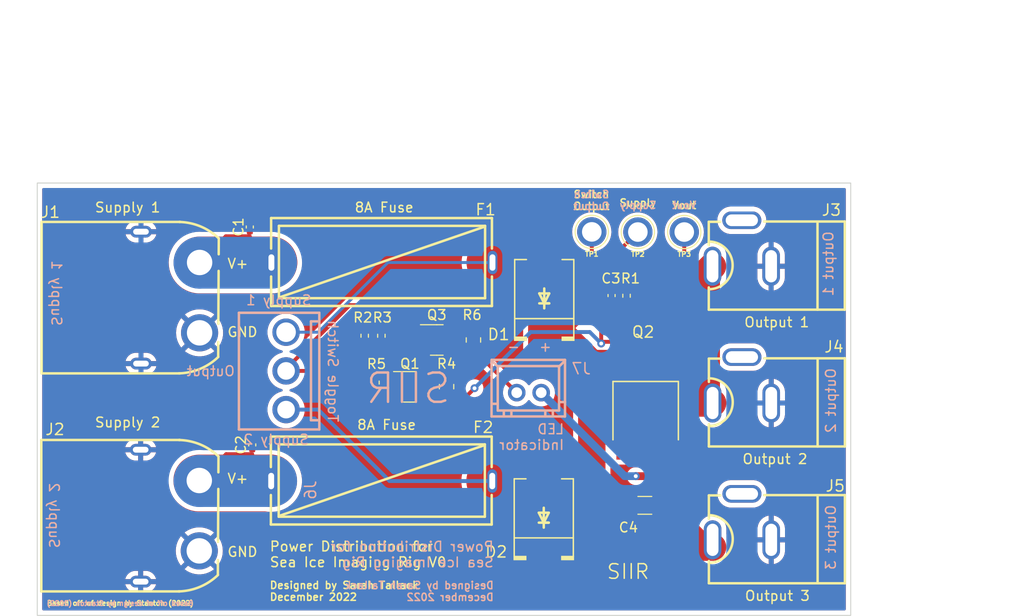
<source format=kicad_pcb>
(kicad_pcb (version 20211014) (generator pcbnew)
  (title_block (title "Power Distribution Board") (date "December 2022") (rev "V0") (company "University of Cape Town") (comment 1 "Design by Sarah Tallack"))
  (layers (0 "F.Cu" signal) (31 "B.Cu" signal) (34 "B.Paste" user) (35 "F.Paste" user) (36 "B.SilkS" user "B.Silkscreen") (37 "F.SilkS" user "F.Silkscreen") (38 "B.Mask" user) (39 "F.Mask" user) (44 "Edge.Cuts" user))
  (net 0 "")
  (net 1 "/AC{slash}DC output")
  (net 2 "GND")
  (net 3 "/Supply")
  (net 4 "Net-(C3-Pad2)")
  (net 5 "/Vout")
  (net 6 "/Battery output")
  (net 7 "/Mains")
  (net 8 "/Battery")
  (net 9 "/Switch")
  (net 13 "Net-(Q3-Pad3)")
  (net 14 "Net-(Q1-Pad1)")
  (net 15 "Net-(Q1-Pad3)")
  (net 16 "Net-(J7-Pad2)")
  (footprint "Capacitor_SMD:C_1206_3216Metric" (layer "F.Cu") (at 246.714229 150.471984 180)
    (fp_text reference "C4" (at 1.67943 -2.262016 180) (layer "F.SilkS"))
    (fp_text value "4.7u")
    (fp_line (start -0.711252 0.91) (end 0.711252 0.91) (layer "F.SilkS") (width 0.12))
    (fp_line (start -0.711252 -0.91) (end 0.711252 -0.91) (layer "F.SilkS") (width 0.12))
    (pad "1" smd roundrect (at -1.475 0 180) (size 1.15 1.8) (layers "F.Cu" "F.Paste" "F.Mask") (roundrect_rratio 0.217391) (net 5 "/Vout"))
    (pad "2" smd roundrect (at 1.475 0 180) (size 1.15 1.8) (layers "F.Cu" "F.Paste" "F.Mask") (roundrect_rratio 0.217391) (net 2 "GND"))
  )
  (footprint "Footprints:NCE30P30K P channel MOSFET" (layer "F.Cu") (at 246.806653 139.250548 -90)
    (fp_text reference "Q2" (at -6.516548 -0.978146 180) (layer "F.SilkS") (effects (font (size 1.143 1.143) (thickness 0.152)) (justify right)))
    (fp_text value "NCE30P30K" hide)
    (fp_line (start 4.511 3.353) (end -1.456 3.353) (layer "F.SilkS") (width 0.152))
    (fp_line (start 4.511 -3.34) (end -1.456 -3.34) (layer "F.SilkS") (width 0.152))
    (fp_line (start -1.456 -3.34) (end -1.456 3.353) (layer "F.SilkS") (width 0.152))
    (pad "1" smd rect (at -3.292 -2.273 270) (size 2.8 1.3) (layers "F.Cu" "F.Paste" "F.Mask") (net 4 "Net-(C3-Pad2)"))
    (pad "2" smd rect (at 3.292 0 270) (size 6.5 6) (layers "F.Cu" "F.Paste" "F.Mask") (net 5 "/Vout"))
    (pad "3" smd rect (at -3.292 2.273 270) (size 2.8 1.3) (layers "F.Cu" "F.Paste" "F.Mask") (net 3 "/Supply"))
  )
  (footprint "Footprints:Schottky Diode SK1010C" (layer "F.Cu") (at 236.420147 129.291325 90)
    (fp_text reference "D1" (at -3.692675 -5.885348 180) (layer "F.SilkS") (effects (font (size 1.143 1.143) (thickness 0.152)) (justify left)))
    (fp_text value "D_Schottky" hide)
    (fp_line (start -2.069 -3.026) (end -2.069 3.026) (layer "F.SilkS") (width 0.152))
    (fp_line (start -3.976 -3.026) (end 3.976 -3.026) (layer "F.SilkS") (width 0.152))
    (fp_line (start 3.976 -3.026) (end 3.976 -1.823) (layer "F.SilkS") (width 0.152))
    (fp_line (start 3.976 3.026) (end 3.976 1.823) (layer "F.SilkS") (width 0.152))
    (fp_line (start -0.508 0) (end -0.508 0.508) (layer "F.SilkS") (width 0.254))
    (fp_line (start -0.508 0.508) (end -0.508 -0.508) (layer "F.SilkS") (width 0.254))
    (fp_line (start 0.508 -0.508) (end -0.508 0) (layer "F.SilkS") (width 0.254))
    (fp_line (start 0.508 0.508) (end 0.508 -0.508) (layer "F.SilkS") (width 0.254))
    (fp_line (start -3.976 3.026) (end 3.976 3.026) (layer "F.SilkS") (width 0.152))
    (fp_line (start 1.016 0) (end -1.016 0) (layer "F.SilkS") (width 0.254))
    (fp_line (start -0.508 0) (end 0.508 0.508) (layer "F.SilkS") (width 0.254))
    (fp_poly (pts (xy -3.9 -3.102) (xy -3.9 -1.772) (xy -4.357 -1.772) (xy -4.357 -3.102)) (layer "F.SilkS") (width 0) (fill solid))
    (fp_poly (pts (xy -3.9 3.102) (xy -3.9 1.772) (xy -4.357 1.772) (xy -4.357 3.102)) (layer "F.SilkS") (width 0) (fill solid))
    (pad "1" smd rect (at -3.686 0 90) (size 2.7 3.3) (layers "F.Cu" "F.Paste" "F.Mask") (net 3 "/Supply"))
    (pad "2" smd rect (at 3.686 0 90) (size 2.7 3.3) (layers "F.Cu" "F.Paste" "F.Mask") (net 7 "/Mains"))
  )
  (footprint "Footprints:Schottky Diode SK1010C" (layer "F.Cu") (at 236.37148 151.734 90)
    (fp_text reference "D2" (at -3.5 -6.086681 180) (layer "F.SilkS") (effects (font (size 1.143 1.143) (thickness 0.152)) (justify left)))
    (fp_text value "D_Schottky" hide)
    (fp_line (start -0.508 0.508) (end -0.508 -0.508) (layer "F.SilkS") (width 0.254))
    (fp_line (start 0.508 -0.508) (end -0.508 0) (layer "F.SilkS") (width 0.254))
    (fp_line (start -0.508 0) (end -0.508 0.508) (layer "F.SilkS") (width 0.254))
    (fp_line (start 1.016 0) (end -1.016 0) (layer "F.SilkS") (width 0.254))
    (fp_line (start -3.976 -3.026) (end 3.976 -3.026) (layer "F.SilkS") (width 0.152))
    (fp_line (start -2.069 -3.026) (end -2.069 3.026) (layer "F.SilkS") (width 0.152))
    (fp_line (start 3.976 3.026) (end 3.976 1.823) (layer "F.SilkS") (width 0.152))
    (fp_line (start -3.976 3.026) (end 3.976 3.026) (layer "F.SilkS") (width 0.152))
    (fp_line (start 0.508 0.508) (end 0.508 -0.508) (layer "F.SilkS") (width 0.254))
    (fp_line (start -0.508 0) (end 0.508 0.508) (layer "F.SilkS") (width 0.254))
    (fp_line (start 3.976 -3.026) (end 3.976 -1.823) (layer "F.SilkS") (width 0.152))
    (fp_poly (pts (xy -3.9 3.102) (xy -3.9 1.772) (xy -4.357 1.772) (xy -4.357 3.102)) (layer "F.SilkS") (width 0) (fill solid))
    (fp_poly (pts (xy -3.9 -3.102) (xy -3.9 -1.772) (xy -4.357 -1.772) (xy -4.357 -3.102)) (layer "F.SilkS") (width 0) (fill solid))
    (pad "1" smd rect (at -3.686 0 90) (size 2.7 3.3) (layers "F.Cu" "F.Paste" "F.Mask") (net 3 "/Supply"))
    (pad "2" smd rect (at 3.686 0 90) (size 2.7 3.3) (layers "F.Cu" "F.Paste" "F.Mask") (net 8 "/Battery"))
  )
  (footprint "Resistor_SMD:R_0805_2012Metric" (layer "F.Cu") (at 226.422299 138.3215 90)
    (fp_text reference "R4" (at 2.3375 0) (layer "F.SilkS"))
    (fp_text value "82k")
    (fp_line (start -0.227064 -0.735) (end 0.227064 -0.735) (layer "F.SilkS") (width 0.12))
    (fp_line (start -0.227064 0.735) (end 0.227064 0.735) (layer "F.SilkS") (width 0.12))
    (pad "1" smd roundrect (at -0.9125 0 90) (size 1.025 1.4) (layers "F.Cu" "F.Paste" "F.Mask") (roundrect_rratio 0.243902) (net 4 "Net-(C3-Pad2)"))
    (pad "2" smd roundrect (at 0.9125 0 90) (size 1.025 1.4) (layers "F.Cu" "F.Paste" "F.Mask") (roundrect_rratio 0.243902) (net 15 "Net-(Q1-Pad3)"))
  )
  (footprint "Resistor_SMD:R_0402_1005Metric" (layer "F.Cu") (at 219.146774 137.904612 -90)
    (fp_text reference "R5" (at -1.904612 -0.103226 180) (layer "F.SilkS"))
    (fp_text value "100k")
    (fp_line (start -0.153641 0.38) (end 0.153641 0.38) (layer "F.SilkS") (width 0.12))
    (fp_line (start -0.153641 -0.38) (end 0.153641 -0.38) (layer "F.SilkS") (width 0.12))
    (pad "1" smd roundrect (at -0.51 0 270) (size 0.54 0.64) (layers "F.Cu" "F.Paste" "F.Mask") (net 14 "Net-(Q1-Pad1)"))
    (pad "2" smd roundrect (at 0.51 0 270) (size 0.54 0.64) (layers "F.Cu" "F.Paste" "F.Mask") (net 2 "GND"))
  )
  (footprint "Resistor_SMD:R_0402_1005Metric" (layer "F.Cu") (at 219.75 133.115078 -90)
    (fp_text reference "R3" (at -1.865078 -0.100922) (layer "F.SilkS"))
    (fp_text value "100k")
    (fp_line (start -0.153641 -0.38) (end 0.153641 -0.38) (layer "F.SilkS") (width 0.12))
    (fp_line (start -0.153641 0.38) (end 0.153641 0.38) (layer "F.SilkS") (width 0.12))
    (pad "1" smd roundrect (at -0.51 0 270) (size 0.54 0.64) (layers "F.Cu" "F.Paste" "F.Mask") (net 14 "Net-(Q1-Pad1)"))
    (pad "2" smd roundrect (at 0.51 0 270) (size 0.54 0.64) (layers "F.Cu" "F.Paste" "F.Mask") (net 2 "GND"))
  )
  (footprint "Capacitor_SMD:C_0402_1005Metric" (layer "F.Cu") (at 206.534799 144.284 90)
    (fp_text reference "C2" (at 0 -1.16 90) (layer "F.SilkS"))
    (fp_text value "10n")
    (fp_line (start -0.107836 -0.36) (end 0.107836 -0.36) (layer "F.SilkS") (width 0.12))
    (fp_line (start -0.107836 0.36) (end 0.107836 0.36) (layer "F.SilkS") (width 0.12))
    (pad "1" smd roundrect (at -0.48 0 90) (size 0.56 0.62) (layers "F.Cu" "F.Paste" "F.Mask") (net 6 "/Battery output"))
    (pad "2" smd roundrect (at 0.48 0 90) (size 0.56 0.62) (layers "F.Cu" "F.Paste" "F.Mask") (net 2 "GND"))
  )
  (footprint "Capacitor_SMD:C_0402_1005Metric" (layer "F.Cu") (at 206.284799 121.984 90)
    (fp_text reference "C1" (at 0 -1.16 90) (layer "F.SilkS"))
    (fp_text value "10n")
    (fp_line (start -0.107836 0.36) (end 0.107836 0.36) (layer "F.SilkS") (width 0.12))
    (fp_line (start -0.107836 -0.36) (end 0.107836 -0.36) (layer "F.SilkS") (width 0.12))
    (pad "1" smd roundrect (at -0.48 0 90) (size 0.56 0.62) (layers "F.Cu" "F.Paste" "F.Mask") (net 1 "/AC{slash}DC output"))
    (pad "2" smd roundrect (at 0.48 0 90) (size 0.56 0.62) (layers "F.Cu" "F.Paste" "F.Mask") (net 2 "GND"))
  )
  (footprint "Capacitor_SMD:C_0402_1005Metric" (layer "F.Cu") (at 243.309528 129 -90)
    (fp_text reference "C3" (at -1.75 0.059528) (layer "F.SilkS"))
    (fp_text value "100n")
    (fp_line (start -0.107836 -0.36) (end 0.107836 -0.36) (layer "F.SilkS") (width 0.12))
    (fp_line (start -0.107836 0.36) (end 0.107836 0.36) (layer "F.SilkS") (width 0.12))
    (pad "1" smd roundrect (at -0.48 0 270) (size 0.56 0.62) (layers "F.Cu" "F.Paste" "F.Mask") (net 3 "/Supply"))
    (pad "2" smd roundrect (at 0.48 0 270) (size 0.56 0.62) (layers "F.Cu" "F.Paste" "F.Mask") (net 4 "Net-(C3-Pad2)"))
  )
  (footprint "Footprints:CONN-TH_XT60PW-M" (layer "F.Cu") (at 198.114812 151.529981)
    (fp_text reference "J2" (at -12.8505 -8.830794) (layer "F.SilkS") (effects (font (size 1.143 1.143) (thickness 0.152)) (justify left)))
    (fp_text value "Barrel_Jack")
    (fp_line (start 4.947 -2.738) (end 4.919 2.676) (layer "F.SilkS") (width 0.254))
    (fp_line (start 4.965 -6.062) (end 4.956 -4.441) (layer "F.SilkS") (width 0.254))
    (fp_line (start -13.166 7.75) (end -13.166 -7.75) (layer "F.SilkS") (width 0.254))
    (fp_line (start 4.909 4.544) (end 4.902 5.994) (layer "F.SilkS") (width 0.254))
    (fp_line (start -13.166 7.75) (end 1 7.75) (layer "F.SilkS") (width 0.254))
    (fp_line (start -13.166 -7.75) (end 1 -7.75) (layer "F.SilkS") (width 0.254))
    (fp_arc (start 0.937 -7.747) (mid 3.109636 -7.283825) (end 4.964813 -6.061861) (layer "F.SilkS") (width 0.254))
    (fp_arc (start 4.917 6.062) (mid 3.061759 7.284022) (end 0.889043 7.747229) (layer "F.SilkS") (width 0.254))
    (pad "1" thru_hole circle (at 3 3.6 90) (size 3.8 3.8) (drill 2.6) (layers *.Cu *.Paste *.Mask) (net 2 "GND"))
    (pad "2" thru_hole circle (at 3 -3.6 90) (size 3.8 3.8) (drill 2.6) (layers *.Cu *.Paste *.Mask) (net 6 "/Battery output"))
    (pad "3" thru_hole oval (at -3 -6.75 90) (size 1.2 2.2) (drill oval 0.6 1.6) (layers *.Cu *.Paste *.Mask) (net 2 "GND"))
    (pad "4" thru_hole oval (at -3 6.75 90) (size 1.2 2.2) (drill oval 0.6 1.6) (layers *.Cu *.Paste *.Mask) (net 2 "GND"))
  )
  (footprint "Footprints:DC Jack 5A" (layer "F.Cu") (at 256.650799 151.648 180)
    (fp_text reference "J5" (at -10.634 3.164) (layer "F.SilkS") (effects (font (size 1.143 1.143) (thickness 0.152)) (justify right)))
    (fp_text value "Barrel_Jack" hide)
    (fp_line (start -10.541 2.225) (end -2.286 2.225) (layer "F.SilkS") (width 0.254))
    (fp_line (start -10.541 -6.797) (end -10.541 2.225) (layer "F.SilkS") (width 0.254))
    (fp_line (start 3.38 -6.797) (end 3.38 -4.517) (layer "F.SilkS") (width 0.254))
    (fp_line (start 3.38 -6.797) (end -10.541 -6.797) (layer "F.SilkS") (width 0.254))
    (fp_line (start 3.38 -0.187) (end 3.38 2.195) (layer "F.SilkS") (width 0.254))
    (fp_line (start 3.38 2.195) (end 2.22 2.195) (layer "F.SilkS") (width 0.254))
    (fp_line (start -7.747 -6.797) (end -7.747 2.203) (layer "F.SilkS") (width 0.254))
    (fp_arc (start 3.38 0.176) (mid 0.947987 -2.264122) (end 3.380243 -4.704001) (layer "F.SilkS") (width 0.254))
    (pad "1" thru_hole oval (at 3 -2.352 90) (size 4 1.8) (drill oval 3.3 1.2) (layers *.Cu *.Paste *.Mask) (net 5 "/Vout"))
    (pad "2" thru_hole oval (at -3 -2.352 90) (size 4 1.8) (drill oval 3.3 1.2) (layers *.Cu *.Paste *.Mask) (net 2 "GND"))
    (pad "3" thru_hole oval (at 0 2.352 180) (size 4 1.8) (drill oval 3.3 1.2) (layers *.Cu *.Paste *.Mask))
  )
  (footprint "Footprints:FUSE Holder ROHS" (layer "F.Cu") (at 219.808493 125.618818)
    (fp_text reference "F1" (at 9.476306 -5.408238) (layer "F.SilkS") (effects (font (size 1.143 1.143) (thickness 0.152)) (justify left)))
    (fp_text value "Fuse" hide)
    (fp_line (start -11.343 -4.551) (end -11.343 -1.431) (layer "F.SilkS") (width 0.254))
    (fp_line (start 11.257 4.449) (end -11.343 4.449) (layer "F.SilkS") (width 0.254))
    (fp_line (start 11.257 -1.429) (end 11.257 -4.551) (layer "F.SilkS") (width 0.254))
    (fp_line (start -10.543 3.649) (end -10.543 -3.751) (layer "F.SilkS") (width 0.254))
    (fp_line (start 10.557 3.649) (end -10.543 3.649) (layer "F.SilkS") (width 0.254))
    (fp_line (start -11.343 -4.551) (end 11.257 -4.551) (layer "F.SilkS") (width 0.254))
    (fp_line (start -10.543 -3.751) (end 10.557 -3.751) (layer "F.SilkS") (width 0.254))
    (fp_line (start 10.457 -3.651) (end -10.443 3.549) (layer "F.SilkS") (width 0.254))
    (fp_line (start -11.343 1.431) (end -11.343 4.449) (layer "F.SilkS") (width 0.254))
    (fp_line (start 10.557 -3.751) (end 10.557 3.649) (layer "F.SilkS") (width 0.254))
    (fp_line (start 11.257 4.449) (end 11.257 1.429) (layer "F.SilkS") (width 0.254))
    (pad "1" thru_hole oval (at -11.313 0) (size 1 2.4) (drill oval 0.6 1.68) (layers *.Cu *.Paste *.Mask) (net 1 "/AC{slash}DC output"))
    (pad "2" thru_hole oval (at 11.313 0) (size 1 2.4) (drill oval 0.6 1.68) (layers *.Cu *.Paste *.Mask) (net 7 "/Mains"))
  )
  (footprint "Footprints:DC Jack 5A" (layer "F.Cu") (at 256.639455 123.648 180)
    (fp_text reference "J3" (at -10.25 3.398) (layer "F.SilkS") (effects (font (size 1.143 1.143) (thickness 0.152)) (justify right)))
    (fp_text value "Barrel_Jack" hide)
    (fp_line (start 3.38 -6.797) (end -10.541 -6.797) (layer "F.SilkS") (width 0.254))
    (fp_line (start 3.38 -0.187) (end 3.38 2.195) (layer "F.SilkS") (width 0.254))
    (fp_line (start -10.541 -6.797) (end -10.541 2.225) (layer "F.SilkS") (width 0.254))
    (fp_line (start 3.38 -6.797) (end 3.38 -4.517) (layer "F.SilkS") (width 0.254))
    (fp_line (start -10.541 2.225) (end -2.286 2.225) (layer "F.SilkS") (width 0.254))
    (fp_line (start 3.38 2.195) (end 2.22 2.195) (layer "F.SilkS") (width 0.254))
    (fp_line (start -7.747 -6.797) (end -7.747 2.203) (layer "F.SilkS") (width 0.254))
    (fp_arc (start 3.38 0.176) (mid 0.947987 -2.264122) (end 3.380243 -4.704001) (layer "F.SilkS") (width 0.254))
    (pad "1" thru_hole oval (at 3 -2.352 90) (size 4 1.8) (drill oval 3.3 1.2) (layers *.Cu *.Paste *.Mask) (net 5 "/Vout"))
    (pad "2" thru_hole oval (at -3 -2.352 90) (size 4 1.8) (drill oval 3.3 1.2) (layers *.Cu *.Paste *.Mask) (net 2 "GND"))
    (pad "3" thru_hole oval (at 0 2.352 180) (size 4 1.8) (drill oval 3.3 1.2) (layers *.Cu *.Paste *.Mask))
  )
  (footprint "Resistor_SMD:R_0402_1005Metric" (layer "F.Cu") (at 218.044651 133.112365 90)
    (fp_text reference "R2" (at 1.862365 -0.193729 180) (layer "F.SilkS"))
    (fp_text value "10k")
    (fp_line (start -0.153641 -0.38) (end 0.153641 -0.38) (layer "F.SilkS") (width 0.12))
    (fp_line (start -0.153641 0.38) (end 0.153641 0.38) (layer "F.SilkS") (width 0.12))
    (pad "1" smd roundrect (at -0.51 0 90) (size 0.54 0.64) (layers "F.Cu" "F.Paste" "F.Mask") (net 9 "/Switch"))
    (pad "2" smd roundrect (at 0.51 0 90) (size 0.54 0.64) (layers "F.Cu" "F.Paste" "F.Mask") (net 14 "Net-(Q1-Pad1)"))
  )
  (footprint "Package_TO_SOT_SMD:SOT-23" (layer "F.Cu") (at 222.672299 138.340786)
    (fp_text reference "Q1" (at 0 -2.356786) (layer "F.SilkS"))
    (fp_text value "2N7002")
    (fp_line (start 0 1.56) (end 0.65 1.56) (layer "F.SilkS") (width 0.12))
    (fp_line (start 0 -1.56) (end -1.675 -1.56) (layer "F.SilkS") (width 0.12))
    (fp_line (start 0 1.56) (end -0.65 1.56) (layer "F.SilkS") (width 0.12))
    (fp_line (start 0 -1.56) (end 0.65 -1.56) (layer "F.SilkS") (width 0.12))
    (pad "1" smd roundrect (at -0.9375 -0.95) (size 1.475 0.6) (layers "F.Cu" "F.Paste" "F.Mask") (net 14 "Net-(Q1-Pad1)"))
    (pad "2" smd roundrect (at -0.9375 0.95) (size 1.475 0.6) (layers "F.Cu" "F.Paste" "F.Mask") (net 2 "GND"))
    (pad "3" smd roundrect (at 0.9375 0) (size 1.475 0.6) (layers "F.Cu" "F.Paste" "F.Mask") (net 15 "Net-(Q1-Pad3)"))
  )
  (footprint "Resistor_SMD:R_0402_1005Metric" (layer "F.Cu") (at 244.842183 129.019302 -90)
    (fp_text reference "R1" (at -1.769302 -0.407817) (layer "F.SilkS"))
    (fp_text value "330k")
    (fp_line (start -0.153641 -0.38) (end 0.153641 -0.38) (layer "F.SilkS") (width 0.12))
    (fp_line (start -0.153641 0.38) (end 0.153641 0.38) (layer "F.SilkS") (width 0.12))
    (pad "1" smd roundrect (at -0.51 0 270) (size 0.54 0.64) (layers "F.Cu" "F.Paste" "F.Mask") (net 3 "/Supply"))
    (pad "2" smd roundrect (at 0.51 0 270) (size 0.54 0.64) (layers "F.Cu" "F.Paste" "F.Mask") (net 4 "Net-(C3-Pad2)"))
  )
  (footprint "Footprints:DC Jack 5A" (layer "F.Cu") (at 256.650799 137.648 180)
    (fp_text reference "J4" (at -10.5 3.398) (layer "F.SilkS") (effects (font (size 1.143 1.143) (thickness 0.152)) (justify right)))
    (fp_text value "Barrel_Jack" hide)
    (fp_line (start -10.541 -6.797) (end -10.541 2.225) (layer "F.SilkS") (width 0.254))
    (fp_line (start 3.38 2.195) (end 2.22 2.195) (layer "F.SilkS") (width 0.254))
    (fp_line (start 3.38 -6.797) (end 3.38 -4.517) (layer "F.SilkS") (width 0.254))
    (fp_line (start -10.541 2.225) (end -2.286 2.225) (layer "F.SilkS") (width 0.254))
    (fp_line (start 3.38 -6.797) (end -10.541 -6.797) (layer "F.SilkS") (width 0.254))
    (fp_line (start -7.747 -6.797) (end -7.747 2.203) (layer "F.SilkS") (width 0.254))
    (fp_line (start 3.38 -0.187) (end 3.38 2.195) (layer "F.SilkS") (width 0.254))
    (fp_arc (start 3.38 0.176) (mid 0.947987 -2.264122) (end 3.380243 -4.704001) (layer "F.SilkS") (width 0.254))
    (pad "1" thru_hole oval (at 3 -2.352 90) (size 4 1.8) (drill oval 3.3 1.2) (layers *.Cu *.Paste *.Mask) (net 5 "/Vout"))
    (pad "2" thru_hole oval (at -3 -2.352 90) (size 4 1.8) (drill oval 3.3 1.2) (layers *.Cu *.Paste *.Mask) (net 2 "GND"))
    (pad "3" thru_hole oval (at 0 2.352 180) (size 4 1.8) (drill oval 3.3 1.2) (layers *.Cu *.Paste *.Mask))
  )
  (footprint "TestPoint:TestPoint_Plated_Hole_D2.0mm" (layer "F.Cu") (at 241.284799 122.484)
    (fp_text reference "TP1" (at 0 2.266) (layer "F.SilkS") (effects (font (size 0.5 0.5) (thickness 0.125))))
    (fp_text value "TestPoint")
    (fp_circle (center 0 0) (end 0 -1.7) (layer "F.SilkS") (width 0.12) (fill none))
    (pad "1" thru_hole circle (at 0 0) (size 3 3) (drill 2) (layers *.Cu *.Mask) (net 9 "/Switch"))
  )
  (footprint "Footprints:CONN-TH_XT60PW-M" (layer "F.Cu") (at 198.147257 129.215093)
    (fp_text reference "J1" (at -13.3505 -8.75) (layer "F.SilkS") (effects (font (size 1.143 1.143) (thickness 0.152)) (justify left)))
    (fp_text value "Barrel_Jack")
    (fp_line (start -13.166 7.75) (end 1 7.75) (layer "F.SilkS") (width 0.254))
    (fp_line (start 4.965 -6.062) (end 4.956 -4.441) (layer "F.SilkS") (width 0.254))
    (fp_line (start 4.909 4.544) (end 4.902 5.994) (layer "F.SilkS") (width 0.254))
    (fp_line (start -13.166 -7.75) (end 1 -7.75) (layer "F.SilkS") (width 0.254))
    (fp_line (start -13.166 7.75) (end -13.166 -7.75) (layer "F.SilkS") (width 0.254))
    (fp_line (start 4.947 -2.738) (end 4.919 2.676) (layer "F.SilkS") (width 0.254))
    (fp_arc (start 0.937 -7.747) (mid 3.109636 -7.283825) (end 4.964813 -6.061861) (layer "F.SilkS") (width 0.254))
    (fp_arc (start 4.917 6.062) (mid 3.061759 7.284022) (end 0.889043 7.747229) (layer "F.SilkS") (width 0.254))
    (pad "1" thru_hole circle (at 3 3.6 90) (size 3.8 3.8) (drill 2.6) (layers *.Cu *.Paste *.Mask) (net 2 "GND"))
    (pad "2" thru_hole circle (at 3 -3.6 90) (size 3.8 3.8) (drill 2.6) (layers *.Cu *.Paste *.Mask) (net 1 "/AC{slash}DC output"))
    (pad "3" thru_hole oval (at -3 -6.75 90) (size 1.2 2.2) (drill oval 0.6 1.6) (layers *.Cu *.Paste *.Mask) (net 2 "GND"))
    (pad "4" thru_hole oval (at -3 6.75 90) (size 1.2 2.2) (drill oval 0.6 1.6) (layers *.Cu *.Paste *.Mask) (net 2 "GND"))
  )
  (footprint "TestPoint:TestPoint_Plated_Hole_D2.0mm" (layer "F.Cu") (at 246 122.5)
    (fp_text reference "TP2" (at 0 2.266) (layer "F.SilkS") (effects (font (size 0.5 0.5) (thickness 0.125))))
    (fp_text value "TestPoint")
    (fp_circle (center 0 0) (end 0 -1.7) (layer "F.SilkS") (width 0.12) (fill none))
    (pad "1" thru_hole circle (at 0 0) (size 3 3) (drill 2) (layers *.Cu *.Mask) (net 3 "/Supply"))
  )
  (footprint "Footprints:FUSE Holder ROHS" (layer "F.Cu") (at 219.784799 147.984)
    (fp_text reference "F2" (at 9.25 -5.5) (layer "F.SilkS") (effects (font (size 1.143 1.143) (thickness 0.152)) (justify left)))
    (fp_text value "Fuse" hide)
    (fp_line (start 10.457 -3.651) (end -10.443 3.549) (layer "F.SilkS") (width 0.254))
    (fp_line (start 11.257 4.449) (end -11.343 4.449) (layer "F.SilkS") (width 0.254))
    (fp_line (start 11.257 -1.429) (end 11.257 -4.551) (layer "F.SilkS") (width 0.254))
    (fp_line (start -10.543 -3.751) (end 10.557 -3.751) (layer "F.SilkS") (width 0.254))
    (fp_line (start 10.557 -3.751) (end 10.557 3.649) (layer "F.SilkS") (width 0.254))
    (fp_line (start -11.343 1.431) (end -11.343 4.449) (layer "F.SilkS") (width 0.254))
    (fp_line (start 11.257 4.449) (end 11.257 1.429) (layer "F.SilkS") (width 0.254))
    (fp_line (start -10.543 3.649) (end -10.543 -3.751) (layer "F.SilkS") (width 0.254))
    (fp_line (start -11.343 -4.551) (end 11.257 -4.551) (layer "F.SilkS") (width 0.254))
    (fp_line (start -11.343 -4.551) (end -11.343 -1.431) (layer "F.SilkS") (width 0.254))
    (fp_line (start 10.557 3.649) (end -10.543 3.649) (layer "F.SilkS") (width 0.254))
    (pad "1" thru_hole oval (at -11.313 0) (size 1 2.4) (drill oval 0.6 1.68) (layers *.Cu *.Paste *.Mask) (net 6 "/Battery output"))
    (pad "2" thru_hole oval (at 11.313 0) (size 1 2.4) (drill oval 0.6 1.68) (layers *.Cu *.Paste *.Mask) (net 8 "/Battery"))
  )
  (footprint "Package_TO_SOT_SMD:SOT-23" (layer "F.Cu") (at 225.422299 133.5465)
    (fp_text reference "Q3" (at 0 -2.5625) (layer "F.SilkS"))
    (fp_text value "2N7002")
    (fp_line (start 0 1.56) (end 0.65 1.56) (layer "F.SilkS") (width 0.12))
    (fp_line (start 0 1.56) (end -0.65 1.56) (layer "F.SilkS") (width 0.12))
    (fp_line (start 0 -1.56) (end 0.65 -1.56) (layer "F.SilkS") (width 0.12))
    (fp_line (start 0 -1.56) (end -1.675 -1.56) (layer "F.SilkS") (width 0.12))
    (pad "1" smd roundrect (at -0.9375 -0.95) (size 1.475 0.6) (layers "F.Cu" "F.Paste" "F.Mask") (net 14 "Net-(Q1-Pad1)"))
    (pad "2" smd roundrect (at -0.9375 0.95) (size 1.475 0.6) (layers "F.Cu" "F.Paste" "F.Mask") (net 2 "GND"))
    (pad "3" smd roundrect (at 0.9375 0) (size 1.475 0.6) (layers "F.Cu" "F.Paste" "F.Mask") (net 13 "Net-(Q3-Pad3)"))
  )
  (footprint "Resistor_SMD:R_0805_2012Metric" (layer "F.Cu") (at 229.172299 133.5465 -90)
    (fp_text reference "R6" (at -2.5625 0.1375) (layer "F.SilkS"))
    (fp_text value "1.8k")
    (fp_line (start -0.227064 -0.735) (end 0.227064 -0.735) (layer "F.SilkS") (width 0.12))
    (fp_line (start -0.227064 0.735) (end 0.227064 0.735) (layer "F.SilkS") (width 0.12))
    (pad "1" smd roundrect (at -0.9125 0 270) (size 1.025 1.4) (layers "F.Cu" "F.Paste" "F.Mask") (roundrect_rratio 0.243902) (net 13 "Net-(Q3-Pad3)"))
    (pad "2" smd roundrect (at 0.9125 0 270) (size 1.025 1.4) (layers "F.Cu" "F.Paste" "F.Mask") (roundrect_rratio 0.243902) (net 16 "Net-(J7-Pad2)"))
  )
  (footprint "TestPoint:TestPoint_Plated_Hole_D2.0mm" (layer "F.Cu") (at 250.75 122.5)
    (fp_text reference "TP3" (at 0 2.266) (layer "F.SilkS") (effects (font (size 0.5 0.5) (thickness 0.125))))
    (fp_text value "TestPoint")
    (fp_circle (center 0 0) (end 0 -1.7) (layer "F.SilkS") (width 0.12) (fill none))
    (pad "1" thru_hole circle (at 0 0) (size 3 3) (drill 2) (layers *.Cu *.Mask) (net 5 "/Vout"))
  )
  (footprint "Footprints:3 Pin Male Header" (layer "B.Cu") (at 209.997799 136.712 90)
    (fp_text reference "J6" (at -13.272 2.5 90) (layer "B.SilkS") (effects (font (size 1.143 1.143) (thickness 0.152)) (justify right mirror)))
    (fp_text value "Switch Header Pin" hide)
    (fp_line (start 5.949 3.4) (end 5.949 -4.826) (layer "B.SilkS") (width 0.254))
    (fp_line (start -5.051 2.55) (end -5.051 3.4) (layer "B.SilkS") (width 0.254))
    (fp_line (start 5.07 3.4) (end 5.07 2.55) (layer "B.SilkS") (width 0.254))
    (fp_line (start 5.07 2.55) (end -5.051 2.55) (layer "B.SilkS") (width 0.254))
    (fp_line (start -5.993 3.4) (end 5.949 3.4) (layer "B.SilkS") (width 0.254))
    (fp_line (start 5.945 -4.826) (end -5.993 -4.826) (layer "B.SilkS") (width 0.254))
    (fp_line (start -5.993 -4.826) (end -5.993 3.4) (layer "B.SilkS") (width 0.254))
    (pad "1" thru_hole circle (at -3.961 0 90) (size 2.8 2.8) (drill 1.8) (layers *.Cu *.Paste *.Mask) (net 8 "/Battery"))
    (pad "2" thru_hole circle (at -0.001 0 90) (size 2.8 2.8) (drill 1.8) (layers *.Cu *.Paste *.Mask) (net 9 "/Switch"))
    (pad "3" thru_hole circle (at 3.961 0 90) (size 2.8 2.8) (drill 2) (layers *.Cu *.Paste *.Mask) (net 7 "/Mains"))
  )
  (footprint "Footprints:2 Pin Male Header" (layer "B.Cu") (at 234.854799 138.937 180)
    (fp_text reference "J7" (at -6.43 2.453) (layer "B.SilkS") (effects (font (size 1.143 1.143) (thickness 0.152)) (justify left mirror)))
    (fp_text value "LED" hide)
    (fp_line (start 1.797 -2.413) (end 1.797 -1.829) (layer "B.SilkS") (width 0.254))
    (fp_line (start -2.445 -2.413) (end -2.445 -1.829) (layer "B.SilkS") (width 0.254))
    (fp_line (start -3.08 2.692) (end -3.054 2.692) (layer "B.SilkS") (width 0.254))
    (fp_line (start 3.194 -1.829) (end -3.08 -1.829) (layer "B.SilkS") (width 0.254))
    (fp_line (start 3.778 3.327) (end 3.778 3.251) (layer "B.SilkS") (width 0.254))
    (fp_line (start -1.67 -2.426) (end -1.67 -1.842) (layer "B.SilkS") (width 0.254))
    (fp_line (start 3.778 3.251) (end 3.169 2.642) (layer "B.SilkS") (width 0.254))
    (fp_line (start -3.664 3.327) (end -3.664 3.251) (layer "B.SilkS") (width 0.254))
    (fp_line (start -3.689 3.353) (end -3.689 -2.447) (layer "B.SilkS") (width 0.254))
    (fp_line (start -3.689 -0.965) (end -3.105 -0.965) (layer "B.SilkS") (width 0.254))
    (fp_line (start 3.219 -1.143) (end 3.804 -1.143) (layer "B.SilkS") (width 0.254))
    (fp_line (start 3.194 2.718) (end 3.194 -1.829) (layer "B.SilkS") (width 0.254))
    (fp_line (start -3.08 2.718) (end 3.194 2.718) (layer "B.SilkS") (width 0.254))
    (fp_line (start 3.829 3.353) (end 3.829 -2.438) (layer "B.SilkS") (width 0.254))
    (fp_line (start -3.08 -1.829) (end -3.08 2.692) (layer "B.SilkS") (width 0.254))
    (fp_line (start -3.664 3.251) (end -3.054 2.642) (layer "B.SilkS") (width 0.254))
    (fp_line (start -3.689 3.353) (end 3.811 3.353) (layer "B.SilkS") (width 0.254))
    (fp_line (start 2.572 -2.426) (end 2.572 -1.842) (layer "B.SilkS") (width 0.254))
    (fp_line (start -3.671 -2.438) (end 3.829 -2.438) (layer "B.SilkS") (width 0.254))
    (pad "1" thru_hole circle (at -1.251 0 180) (size 1.8 1.8) (drill 1.1) (layers *.Cu *.Paste *.Mask) (net 5 "/Vout"))
    (pad "2" thru_hole circle (at 1.251 0 180) (size 1.8 1.8) (drill 1.1) (layers *.Cu *.Paste *.Mask) (net 16 "Net-(J7-Pad2)"))
  )
  (gr_rect (start 184.534799 117.484) (end 267.784799 161.734) (layer "Edge.Cuts") (width 0.1) (fill none))
  (gr_text "Supply\n" (at 246 119.75) (layer "B.SilkS") (effects (font (size 0.75 0.75)) (justify mirror)))
  (gr_text "Supply 1" (at 186.5 128.75 -90) (layer "B.SilkS") (effects (font (size 1 1)) (justify mirror)))
  (gr_text "Output" (at 202.284799 136.734) (layer "B.SilkS") (effects (font (size 1 1)) (justify mirror)))
  (gr_text "LED\nIndicator" (at 238.534799 143.484) (layer "B.SilkS") (effects (font (size 1 1)) (justify left mirror)))
  (gr_text "Supply 2\n" (at 186.25 151.5 270) (layer "B.SilkS") (effects (font (size 1 1)) (justify mirror)))
  (gr_text "Output 1\n" (at 265.5 125.75 90) (layer "B.SilkS") (effects (font (size 1 1)) (justify mirror)))
  (gr_text "Supply 1" (at 209.247799 129.484) (layer "B.SilkS") (effects (font (size 1 1)) (justify mirror)))
  (gr_text "Power Distribution for \nSea Ice Imaging Rig" (at 231.32857 155.5) (layer "B.SilkS") (effects (font (size 1 1)) (justify left mirror)))
  (gr_text "+" (at 236.534799 134.234) (layer "B.SilkS") (effects (font (size 1 1)) (justify mirror)))
  (gr_text "SIIR" (at 222.5 138.5) (layer "B.SilkS") (effects (font (size 3 3) (thickness 0.25)) (justify mirror)))
  (gr_text "Toggle Switch" (at 214.784799 136.734 270) (layer "B.SilkS") (effects (font (size 1 1)) (justify mirror)))
  (gr_text "-" (at 233.284799 134.234) (layer "B.SilkS") (effects (font (size 1 1)) (justify mirror)))
  (gr_text "Output 3" (at 265.75 153.75 90) (layer "B.SilkS") (effects (font (size 1 1)) (justify mirror)))
  (gr_text "Output 2" (at 265.75 139.75 90) (layer "B.SilkS") (effects (font (size 1 1)) (justify mirror)))
  (gr_text "Based off of design by Stanton (2022)" (at 193 160.5) (layer "B.SilkS") (effects (font (size 0.5 0.5) (thickness 0.125)) (justify mirror)))
  (gr_text "Supply 2" (at 208.997799 143.734) (layer "B.SilkS") (effects (font (size 1 1)) (justify mirror)))
  (gr_text "Vout" (at 250.75 119.75) (layer "B.SilkS") (effects (font (size 0.75 0.75)) (justify mirror)))
  (gr_text "Designed by Sarah Tallack \nDecember 2022" (at 231.32857 159.266) (layer "B.SilkS") (effects (font (size 0.75 0.75)) (justify left mirror)))
  (gr_text "Switch\nOutput" (at 241.25 119.25) (layer "B.SilkS") (effects (font (size 0.75 0.75)) (justify mirror)))
  (gr_text "Supply\n" (at 246 119.516) (layer "F.SilkS") (effects (font (size 0.75 0.75))))
  (gr_text "Output 3" (at 260.284799 159.734) (layer "F.SilkS") (effects (font (size 1 1))))
  (gr_text "Supply 1" (at 193.784799 119.984) (layer "F.SilkS") (effects (font (size 1 1))))
  (gr_text "Power Distribution for \nSea Ice Imaging Rig V0" (at 208.25 155.484) (layer "F.SilkS") (effects (font (size 1 1)) (justify left)))
  (gr_text "Vout" (at 250.75 119.766) (layer "F.SilkS") (effects (font (size 0.75 0.75))))
  (gr_text "SIIR" (at 245 157.25) (layer "F.SilkS") (effects (font (size 1.5 1.5))))
  (gr_text "Output 2" (at 260.034799 145.734) (layer "F.SilkS") (effects (font (size 1 1))))
  (gr_text "Designed by Sarah Tallack \nDecember 2022" (at 208.25 159.25) (layer "F.SilkS") (effects (font (size 0.75 0.75)) (justify left)))
  (gr_text "8A Fuse\n" (at 220.284799 142.234) (layer "F.SilkS") (effects (font (size 1 1))))
  (gr_text "Supply 2\n" (at 193.784799 141.984) (layer "F.SilkS") (effects (font (size 1 1))))
  (gr_text "V+" (at 205.058609 147.734) (layer "F.SilkS") (effects (font (size 1 1))))
  (gr_text "8A Fuse\n" (at 220.034799 119.984) (layer "F.SilkS") (effects (font (size 1 1))))
  (gr_text "V+\n" (at 205.058609 125.734) (layer "F.SilkS") (effects (font (size 1 1))))
  (gr_text "Output 1\n" (at 260.219955 131.734) (layer "F.SilkS") (effects (font (size 1 1))))
  (gr_text "Switch\nOutput" (at 241.25 119.25) (layer "F.SilkS") (effects (font (size 0.75 0.75))))
  (gr_text "GND\n" (at 205.534799 132.734) (layer "F.SilkS") (effects (font (size 1 1))))
  (gr_text "GND\n" (at 205.534799 155.234) (layer "F.SilkS") (effects (font (size 1 1))))
  (gr_text "Based off of design by Stanton (2022)" (at 193.034799 160.484) (layer "F.SilkS") (effects (font (size 0.5 0.5) (thickness 0.125))))
  (segment (start 201.147257 125.615093) (end 208.491768 125.615093) (width 5.3) (layer "F.Cu") (net 1))
  (segment (start 206.284799 122.934) (end 203.835299 122.934) (width 0.4) (layer "F.Cu") (net 1))
  (segment (start 203.835299 122.934) (end 201.135299 125.634) (width 0.4) (layer "F.Cu") (net 1))
  (segment (start 208.491768 125.615093) (end 208.495493 125.618818) (width 5.3) (layer "F.Cu") (net 1))
  (segment (start 208.471799 125.642238) (end 201.143537 125.642238) (width 5.3) (layer "B.Cu") (net 1))
  (segment (start 201.143537 125.642238) (end 201.135299 125.634) (width 5.3) (layer "B.Cu") (net 1))
  (segment (start 244.533653 135.958548) (end 241.310251 135.958548) (width 2.8) (layer "F.Cu") (net 3))
  (segment (start 244.831485 128.52) (end 244.842183 128.509302) (width 0.4) (layer "F.Cu") (net 3))
  (segment (start 241.284799 150.506681) (end 236.37148 155.42) (width 2.8) (layer "F.Cu") (net 3))
  (segment (start 238.278124 132.977325) (end 241.284799 135.984) (width 2.8) (layer "F.Cu") (net 3))
  (segment (start 241.284799 135.984) (end 241.284799 150.506681) (width 2.8) (layer "F.Cu") (net 3))
  (segment (start 243.309528 128.52) (end 243.125142 128.52) (width 0.4) (layer "F.Cu") (net 3))
  (segment (start 241.310251 135.958548) (end 241.284799 135.984) (width 2.8) (layer "F.Cu") (net 3))
  (segment (start 243.309528 128.52) (end 244.831485 128.52) (width 0.4) (layer "F.Cu") (net 3))
  (segment (start 243.309528 125.190472) (end 243.309528 128.52) (width 0.4) (layer "F.Cu") (net 3))
  (segment (start 243.125142 128.52) (end 238.667817 132.977325) (width 0.4) (layer "F.Cu") (net 3))
  (segment (start 238.667817 132.977325) (end 236.420147 132.977325) (width 0.4) (layer "F.Cu") (net 3))
  (segment (start 246 122.5) (end 243.309528 125.190472) (width 0.4) (layer "F.Cu") (net 3))
  (segment (start 236.420147 132.977325) (end 238.278124 132.977325) (width 2.8) (layer "F.Cu") (net 3))
  (segment (start 242.25 133.909048) (end 242.425048 133.734) (width 0.4) (layer "F.Cu") (net 4))
  (segment (start 244.792881 129.48) (end 244.842183 129.529302) (width 0.4) (layer "F.Cu") (net 4))
  (segment (start 246.855105 133.734) (end 249.079653 135.958548) (width 0.4) (layer "F.Cu") (net 4))
  (segment (start 228.534799 139.234) (end 229.284799 138.484) (width 0.4) (layer "F.Cu") (net 4))
  (segment (start 242.25 133.909048) (end 242.25 130.539528) (width 0.4) (layer "F.Cu") (net 4))
  (segment (start 226.422299 139.234) (end 228.534799 139.234) (width 0.4) (layer "F.Cu") (net 4))
  (segment (start 242.25 130.539528) (end 243.309528 129.48) (width 0.4) (layer "F.Cu") (net 4))
  (segment (start 243.309528 129.48) (end 244.792881 129.48) (width 0.4) (layer "F.Cu") (net 4))
  (segment (start 242.425048 133.734) (end 246.855105 133.734) (width 0.4) (layer "F.Cu") (net 4))
  (via (at 229.284799 138.484) (size 0.8) (drill 0.4) (layers "F.Cu" "B.Cu") (net 4))
  (via (at 242.25 133.909048) (size 0.8) (drill 0.4) (layers "F.Cu" "B.Cu") (net 4))
  (segment (start 242.25 133.909048) (end 241.074952 132.734) (width 0.4) (layer "B.Cu") (net 4))
  (segment (start 235.034799 132.734) (end 229.284799 138.484) (width 0.4) (layer "B.Cu") (net 4))
  (segment (start 241.074952 132.734) (end 235.034799 132.734) (width 0.4) (layer "B.Cu") (net 4))
  (segment (start 253.639455 126) (end 253.000799 126.638656) (width 2.8) (layer "F.Cu") (net 5))
  (segment (start 253.000799 126.638656) (end 253.000799 139.35) (width 2.8) (layer "F.Cu") (net 5))
  (segment (start 250.75 124.949201) (end 252.439455 126.638656) (width 0.4) (layer "F.Cu") (net 5))
  (segment (start 247.534799 147.484) (end 248.189229 148.13843) (width 0.8) (layer "F.Cu") (net 5))
  (segment (start 248.189229 150.471984) (end 248.189229 148.13843) (width 2.8) (layer "F.Cu") (net 5))
  (segment (start 248.189229 148.13843) (end 248.189229 143.925124) (width 2.8) (layer "F.Cu") (net 5))
  (segment (start 252.439455 126.638656) (end 253.000799 126.638656) (width 0.4) (layer "F.Cu") (net 5))
  (segment (start 253.000799 139.35) (end 253.650799 140) (width 2.8) (layer "F.Cu") (net 5))
  (segment (start 245.784799 147.484) (end 247.534799 147.484) (width 0.8) (layer "F.Cu") (net 5))
  (segment (start 252.467245 154.75) (end 248.189229 150.471984) (width 2.8) (layer "F.Cu") (net 5))
  (segment (start 249.349201 140) (end 246.806653 142.542548) (width 2.8) (layer "F.Cu") (net 5))
  (segment (start 253.650799 140) (end 249.349201 140) (width 2.8) (layer "F.Cu") (net 5))
  (segment (start 250.75 122.5) (end 250.75 124.949201) (width 0.4) (layer "F.Cu") (net 5))
  (segment (start 248.189229 143.925124) (end 246.806653 142.542548) (width 2.8) (layer "F.Cu") (net 5))
  (segment (start 253.650799 154.75) (end 252.467245 154.75) (width 2.8) (layer "F.Cu") (net 5))
  (via (at 245.784799 147.484) (size 0.8) (drill 0.4) (layers "F.Cu" "B.Cu") (net 5))
  (segment (start 245.784799 147.484) (end 244.652799 147.484) (width 0.8) (layer "B.Cu") (net 5))
  (segment (start 244.652799 147.484) (end 236.105799 138.937) (width 0.8) (layer "B.Cu") (net 5))
  (segment (start 208.41778 147.929981) (end 208.471799 147.984) (width 5.3) (layer "F.Cu") (net 6))
  (segment (start 203.866093 145.234) (end 201.135299 147.964794) (width 0.4) (layer "F.Cu") (net 6))
  (segment (start 206.534799 145.234) (end 203.866093 145.234) (width 0.4) (layer "F.Cu") (net 6))
  (segment (start 201.114812 147.929981) (end 208.41778 147.929981) (width 5.3) (layer "F.Cu") (net 6))
  (segment (start 208.471799 147.984) (end 201.154505 147.984) (width 5.3) (layer "B.Cu") (net 6))
  (segment (start 201.154505 147.984) (end 201.135299 147.964794) (width 5.3) (layer "B.Cu") (net 6))
  (segment (start 231.134986 125.605325) (end 231.121493 125.618818) (width 5.3) (layer "F.Cu") (net 7))
  (segment (start 236.420147 125.605325) (end 231.134986 125.605325) (width 5.3) (layer "F.Cu") (net 7))
  (segment (start 220.416981 125.618818) (end 231.121493 125.618818) (width 0.3) (layer "B.Cu") (net 7))
  (segment (start 213.284799 132.751) (end 209.997799 132.751) (width 0.3) (layer "B.Cu") (net 7))
  (segment (start 213.284799 132.751) (end 220.416981 125.618818) (width 0.3) (layer "B.Cu") (net 7))
  (segment (start 236.37148 148.048) (end 231.161799 148.048) (width 5.3) (layer "F.Cu") (net 8))
  (segment (start 231.161799 148.048) (end 231.097799 147.984) (width 5.3) (layer "F.Cu") (net 8))
  (segment (start 213.284799 140.673) (end 209.997799 140.673) (width 0.4) (layer "B.Cu") (net 8))
  (segment (start 220.595799 147.984) (end 231.097799 147.984) (width 0.4) (layer "B.Cu") (net 8))
  (segment (start 213.284799 140.673) (end 220.595799 147.984) (width 0.4) (layer "B.Cu") (net 8))
  (segment (start 241.284799 127.484) (end 238.784799 129.984) (width 0.4) (layer "F.Cu") (net 9))
  (segment (start 218.044651 135.771443) (end 218.044651 133.622365) (width 0.4) (layer "F.Cu") (net 9))
  (segment (start 209.997799 136.713) (end 217.103094 136.713) (width 0.4) (layer "F.Cu") (net 9))
  (segment (start 216.516 129.984) (end 209.997799 136.502201) (width 0.4) (layer "F.Cu") (net 9))
  (segment (start 217.103094 136.713) (end 218.044651 135.771443) (width 0.4) (layer "F.Cu") (net 9))
  (segment (start 238.784799 129.984) (end 216.516 129.984) (width 0.4) (layer "F.Cu") (net 9))
  (segment (start 209.997799 136.502201) (end 209.997799 136.713) (width 0.4) (layer "F.Cu") (net 9))
  (segment (start 241.284799 122.484) (end 241.284799 127.484) (width 0.4) (layer "F.Cu") (net 9))
  (segment (start 228.259799 133.5465) (end 229.172299 132.634) (width 0.4) (layer "F.Cu") (net 13))
  (segment (start 226.359799 133.5465) (end 228.259799 133.5465) (width 0.4) (layer "F.Cu") (net 13))
  (segment (start 223 133.75) (end 223 132.629703) (width 0.25) (layer "F.Cu") (net 14))
  (segment (start 224.476221 132.605078) (end 224.484799 132.5965) (width 0.25) (layer "F.Cu") (net 14))
  (segment (start 221.734799 135.015201) (end 223 133.75) (width 0.25) (layer "F.Cu") (net 14))
  (segment (start 218.044651 132.602365) (end 219.747287 132.602365) (width 0.25) (layer "F.Cu") (net 14))
  (segment (start 221.734799 137.390786) (end 219.1506 137.390786) (width 0.25) (layer "F.Cu") (net 14))
  (segment (start 223.024625 132.605078) (end 224.476221 132.605078) (width 0.25) (layer "F.Cu") (net 14))
  (segment (start 219.75 132.605078) (end 223.024625 132.605078) (width 0.25) (layer "F.Cu") (net 14))
  (segment (start 221.734799 137.390786) (end 221.734799 135.015201) (width 0.25) (layer "F.Cu") (net 14))
  (segment (start 223 132.629703) (end 223.024625 132.605078) (width 0.25) (layer "F.Cu") (net 14))
  (segment (start 219.1506 137.390786) (end 219.146774 137.394612) (width 0.25) (layer "F.Cu") (net 14))
  (segment (start 219.747287 132.602365) (end 219.75 132.605078) (width 0.25) (layer "F.Cu") (net 14))
  (segment (start 226.422299 137.409) (end 224.541585 137.409) (width 0.4) (layer "F.Cu") (net 15))
  (segment (start 224.541585 137.409) (end 223.609799 138.340786) (width 0.4) (layer "F.Cu") (net 15))
  (segment (start 233.603799 138.937) (end 229.172299 134.5055) (width 0.4) (layer "F.Cu") (net 16))
  (zone (net 2) (net_name "GND") (layers F&B.Cu) (connect_pads (clearance 0.508)) (min_thickness 0.254) (fill yes (thermal_gap 0.508) (thermal_bridge_width 0.508))
    (polygon (pts (xy 267.5 161.5) (xy 184.75 161.5) (xy 184.75 117.75) (xy 267.5 117.75)))
  )
)
</source>
